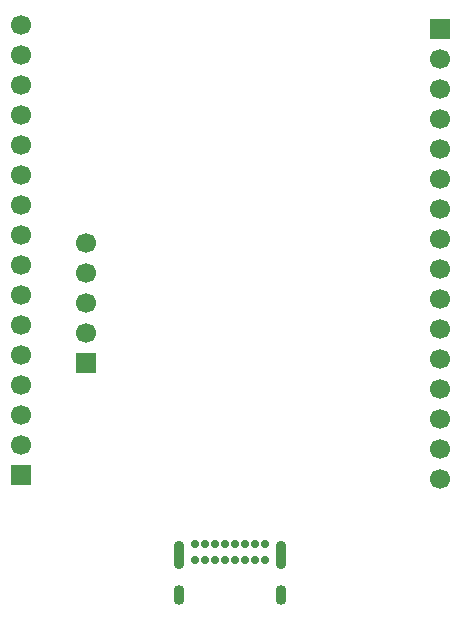
<source format=gbr>
%TF.GenerationSoftware,KiCad,Pcbnew,9.0.3*%
%TF.CreationDate,2025-08-18T17:13:02-04:00*%
%TF.ProjectId,bioimpedance,62696f69-6d70-4656-9461-6e63652e6b69,rev?*%
%TF.SameCoordinates,Original*%
%TF.FileFunction,Soldermask,Bot*%
%TF.FilePolarity,Negative*%
%FSLAX46Y46*%
G04 Gerber Fmt 4.6, Leading zero omitted, Abs format (unit mm)*
G04 Created by KiCad (PCBNEW 9.0.3) date 2025-08-18 17:13:02*
%MOMM*%
%LPD*%
G01*
G04 APERTURE LIST*
%ADD10R,1.700000X1.700000*%
%ADD11C,1.700000*%
%ADD12C,0.700000*%
%ADD13O,0.900000X2.400000*%
%ADD14O,0.900000X1.700000*%
G04 APERTURE END LIST*
D10*
%TO.C,J8*%
X96000000Y-88120000D03*
D11*
X96000000Y-85580000D03*
X96000000Y-83040000D03*
X96000000Y-80500000D03*
X96000000Y-77960000D03*
X96000000Y-75420000D03*
X96000000Y-72880000D03*
X96000000Y-70340000D03*
X96000000Y-67800000D03*
X96000000Y-65260000D03*
X96000000Y-62720000D03*
X96000000Y-60180000D03*
X96000000Y-57640000D03*
X96000000Y-55100000D03*
X96000000Y-52560000D03*
X96000000Y-50020000D03*
%TD*%
D10*
%TO.C,J6*%
X131500000Y-50420000D03*
D11*
X131500000Y-52960000D03*
X131500000Y-55500000D03*
X131500000Y-58040000D03*
X131500000Y-60580000D03*
X131500000Y-63120000D03*
X131500000Y-65660000D03*
X131500000Y-68200000D03*
X131500000Y-70740000D03*
X131500000Y-73280000D03*
X131500000Y-75820000D03*
X131500000Y-78360000D03*
X131500000Y-80900000D03*
X131500000Y-83440000D03*
X131500000Y-85980000D03*
X131500000Y-88520000D03*
%TD*%
D12*
%TO.C,J3*%
X110700000Y-93975000D03*
X111550000Y-93975000D03*
X112400000Y-93975000D03*
X113250000Y-93975000D03*
X114100000Y-93975000D03*
X114950000Y-93975000D03*
X115800000Y-93975000D03*
X116650000Y-93975000D03*
X116650000Y-95325000D03*
X115800000Y-95325000D03*
X114950000Y-95325000D03*
X114100000Y-95325000D03*
X113250000Y-95325000D03*
X112400000Y-95325000D03*
X111550000Y-95325000D03*
X110700000Y-95325000D03*
D13*
X109350000Y-94955000D03*
D14*
X109350000Y-98335000D03*
D13*
X118000000Y-94955000D03*
D14*
X118000000Y-98335000D03*
%TD*%
D10*
%TO.C,J1*%
X101490000Y-78660000D03*
D11*
X101490000Y-76120000D03*
X101490000Y-73580000D03*
X101490000Y-71040000D03*
X101490000Y-68500000D03*
%TD*%
M02*

</source>
